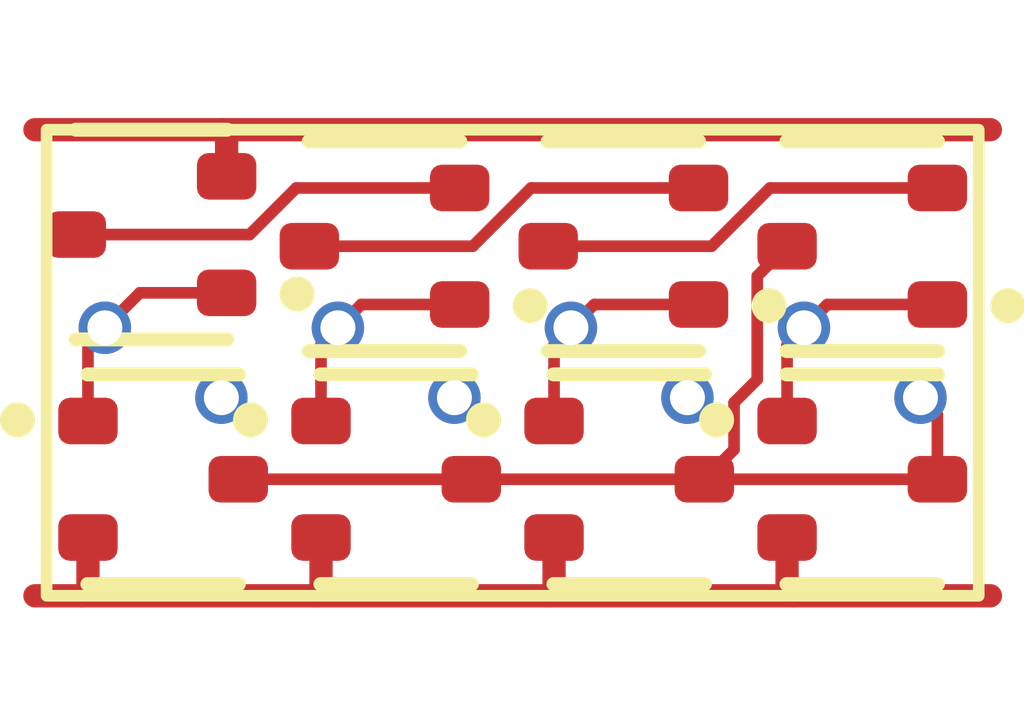
<source format=kicad_pcb>
(kicad_pcb (version 20241229) (generator "pcbnew") (generator_version "9.0")
  (layers (0 "F.Cu" signal) (2 "B.Cu" signal) (13 "F.Paste" user) (15 "B.Paste" user) (5 "F.SilkS" user "F.Silkscreen") (7 "B.SilkS" user "B.Silkscreen") (1 "F.Mask" user) (3 "B.Mask" user) (25 "Edge.Cuts" user))
  (net 0 "")
  (net 1 "GND")
  (net 2 "Y")
  (net 3 "A3")
  (net 4 "VDD")
  (net 5 "A1")
  (net 6 "A2")
  (net 7 "int1")
  (net 8 "int2")
  (net 9 "int3")
  (net 10 "A4")
  (footprint "Package_TO_SOT_SMD:SOT-523" (layer "F.Cu") (at 5 3)
    (property "Reference" "P3" (hide yes))
    (property "Value" "")
    (fp_line (start 0.65 -0.9) (end -0.65 -0.9) (stroke (width 0.12)) (layer "F.SilkS"))
    (fp_line (start 0.65 0.9) (end -0.65 0.9) (stroke (width 0.12)) (layer "F.SilkS"))
    (fp_circle (center -1.25 -0.51) (end -1.1 -0.51) (fill yes) (layer "F.SilkS"))
    (pad "1" smd roundrect (at -0.645 -0.5 180) (size 0.51 0.4) (layers "F.Cu" "F.Mask" "F.Paste") (net 3 "A3"))
    (pad "2" smd roundrect (at -0.645 0.5 180) (size 0.51 0.4) (layers "F.Cu" "F.Mask" "F.Paste") (net 4 "VDD"))
    (pad "3" smd roundrect (at 0.645 0 180) (size 0.51 0.4) (layers "F.Cu" "F.Mask" "F.Paste") (net 2 "Y"))
  )
  (footprint "Package_TO_SOT_SMD:SOT-523" (layer "F.Cu") (at 1 3)
    (property "Reference" "P1" (hide yes))
    (property "Value" "")
    (fp_line (start 0.65 -0.9) (end -0.65 -0.9) (stroke (width 0.12)) (layer "F.SilkS"))
    (fp_line (start 0.65 0.9) (end -0.65 0.9) (stroke (width 0.12)) (layer "F.SilkS"))
    (fp_circle (center -1.25 -0.51) (end -1.1 -0.51) (fill yes) (layer "F.SilkS"))
    (pad "1" smd roundrect (at -0.645 -0.5 180) (size 0.51 0.4) (layers "F.Cu" "F.Mask" "F.Paste") (net 5 "A1"))
    (pad "2" smd roundrect (at -0.645 0.5 180) (size 0.51 0.4) (layers "F.Cu" "F.Mask" "F.Paste") (net 4 "VDD"))
    (pad "3" smd roundrect (at 0.645 0 180) (size 0.51 0.4) (layers "F.Cu" "F.Mask" "F.Paste") (net 2 "Y"))
  )
  (footprint "Package_TO_SOT_SMD:SOT-523" (layer "F.Cu") (at 7 3)
    (property "Reference" "P4" (hide yes))
    (property "Value" "")
    (fp_line (start 0.65 -0.9) (end -0.65 -0.9) (stroke (width 0.12)) (layer "F.SilkS"))
    (fp_line (start 0.65 0.9) (end -0.65 0.9) (stroke (width 0.12)) (layer "F.SilkS"))
    (fp_circle (center -1.25 -0.51) (end -1.1 -0.51) (fill yes) (layer "F.SilkS"))
    (pad "1" smd roundrect (at -0.645 -0.5 180) (size 0.51 0.4) (layers "F.Cu" "F.Mask" "F.Paste") (net 10 "A4"))
    (pad "2" smd roundrect (at -0.645 0.5 180) (size 0.51 0.4) (layers "F.Cu" "F.Mask" "F.Paste") (net 4 "VDD"))
    (pad "3" smd roundrect (at 0.645 0 180) (size 0.51 0.4) (layers "F.Cu" "F.Mask" "F.Paste") (net 2 "Y"))
  )
  (footprint "Package_TO_SOT_SMD:SOT-523" (layer "F.Cu") (at 4.95 1 180)
    (property "Reference" "N3" (hide yes))
    (property "Value" "")
    (fp_line (start 0.65 0.9) (end -0.65 0.9) (stroke (width 0.12)) (layer "F.SilkS"))
    (fp_line (start 0.65 -0.9) (end -0.65 -0.9) (stroke (width 0.12)) (layer "F.SilkS"))
    (fp_circle (center -1.25 -0.51) (end -1.1 -0.51) (fill yes) (layer "F.SilkS"))
    (pad "1" smd roundrect (at -0.645 -0.5) (size 0.51 0.4) (layers "F.Cu" "F.Mask" "F.Paste") (net 3 "A3"))
    (pad "2" smd roundrect (at -0.645 0.5) (size 0.51 0.4) (layers "F.Cu" "F.Mask" "F.Paste") (net 8 "int2"))
    (pad "3" smd roundrect (at 0.645 0) (size 0.51 0.4) (layers "F.Cu" "F.Mask" "F.Paste") (net 9 "int3"))
  )
  (footprint "Package_TO_SOT_SMD:SOT-523" (layer "F.Cu") (at 3 3)
    (property "Reference" "P2" (hide yes))
    (property "Value" "")
    (fp_line (start 0.65 -0.9) (end -0.65 -0.9) (stroke (width 0.12)) (layer "F.SilkS"))
    (fp_line (start 0.65 0.9) (end -0.65 0.9) (stroke (width 0.12)) (layer "F.SilkS"))
    (fp_circle (center -1.25 -0.51) (end -1.1 -0.51) (fill yes) (layer "F.SilkS"))
    (pad "1" smd roundrect (at -0.645 -0.5 180) (size 0.51 0.4) (layers "F.Cu" "F.Mask" "F.Paste") (net 6 "A2"))
    (pad "2" smd roundrect (at -0.645 0.5 180) (size 0.51 0.4) (layers "F.Cu" "F.Mask" "F.Paste") (net 4 "VDD"))
    (pad "3" smd roundrect (at 0.645 0 180) (size 0.51 0.4) (layers "F.Cu" "F.Mask" "F.Paste") (net 2 "Y"))
  )
  (footprint "Package_TO_SOT_SMD:SOT-523" (layer "F.Cu") (at 2.9 1 180)
    (property "Reference" "N2" (hide yes))
    (property "Value" "")
    (fp_line (start 0.65 0.9) (end -0.65 0.9) (stroke (width 0.12)) (layer "F.SilkS"))
    (fp_line (start 0.65 -0.9) (end -0.65 -0.9) (stroke (width 0.12)) (layer "F.SilkS"))
    (fp_circle (center -1.25 -0.51) (end -1.1 -0.51) (fill yes) (layer "F.SilkS"))
    (pad "1" smd roundrect (at -0.645 -0.5) (size 0.51 0.4) (layers "F.Cu" "F.Mask" "F.Paste") (net 6 "A2"))
    (pad "2" smd roundrect (at -0.645 0.5) (size 0.51 0.4) (layers "F.Cu" "F.Mask" "F.Paste") (net 7 "int1"))
    (pad "3" smd roundrect (at 0.645 0) (size 0.51 0.4) (layers "F.Cu" "F.Mask" "F.Paste") (net 8 "int2"))
  )
  (footprint "Package_TO_SOT_SMD:SOT-523" (layer "F.Cu") (at 0.9 0.9 180)
    (property "Reference" "N1" (hide yes))
    (property "Value" "")
    (fp_line (start 0.65 0.9) (end -0.65 0.9) (stroke (width 0.12)) (layer "F.SilkS"))
    (fp_line (start 0.65 -0.9) (end -0.65 -0.9) (stroke (width 0.12)) (layer "F.SilkS"))
    (fp_circle (center -1.25 -0.51) (end -1.1 -0.51) (fill yes) (layer "F.SilkS"))
    (pad "1" smd roundrect (at -0.645 -0.5) (size 0.51 0.4) (layers "F.Cu" "F.Mask" "F.Paste") (net 5 "A1"))
    (pad "2" smd roundrect (at -0.645 0.5) (size 0.51 0.4) (layers "F.Cu" "F.Mask" "F.Paste") (net 1 "GND"))
    (pad "3" smd roundrect (at 0.645 0) (size 0.51 0.4) (layers "F.Cu" "F.Mask" "F.Paste") (net 7 "int1"))
  )
  (footprint "Package_TO_SOT_SMD:SOT-523" (layer "F.Cu") (at 7 1 180)
    (property "Reference" "N4" (hide yes))
    (property "Value" "")
    (fp_line (start 0.65 0.9) (end -0.65 0.9) (stroke (width 0.12)) (layer "F.SilkS"))
    (fp_line (start 0.65 -0.9) (end -0.65 -0.9) (stroke (width 0.12)) (layer "F.SilkS"))
    (fp_circle (center -1.25 -0.51) (end -1.1 -0.51) (fill yes) (layer "F.SilkS"))
    (pad "1" smd roundrect (at -0.645 -0.5) (size 0.51 0.4) (layers "F.Cu" "F.Mask" "F.Paste") (net 10 "A4"))
    (pad "2" smd roundrect (at -0.645 0.5) (size 0.51 0.4) (layers "F.Cu" "F.Mask" "F.Paste") (net 9 "int3"))
    (pad "3" smd roundrect (at 0.645 0) (size 0.51 0.4) (layers "F.Cu" "F.Mask" "F.Paste") (net 2 "Y"))
  )
  (gr_rect (start 0 0) (end 8 4) (stroke (width 0.1)) (fill no) (layer "F.SilkS"))
  (via (at 5.5 2.3) (size 0.45) (drill 0.3) (layers "F.Cu" "B.Cu") (net 0))
  (via (at 3.5 2.3) (size 0.45) (drill 0.3) (layers "F.Cu" "B.Cu") (net 0))
  (via (at 1.5 2.3) (size 0.45) (drill 0.3) (layers "F.Cu" "B.Cu") (net 0))
  (segment (start -0.1 0) (end 1.5 0) (width 0.2) (layer "F.Cu") (net 1))
  (segment (start 1.545 0.045) (end 1.5 0) (width 0.2) (layer "F.Cu") (net 1))
  (segment (start 1.545 0.4) (end 1.545 0.045) (width 0.2) (layer "F.Cu") (net 1))
  (segment (start 1.5 0) (end 8.1 0) (width 0.2) (layer "F.Cu") (net 1))
  (segment (start 7.645 2.445) (end 7.5 2.3) (width 0.1) (layer "F.Cu") (net 2))
  (segment (start 6.099 2.143262) (end 5.9 2.342262) (width 0.1) (layer "F.Cu") (net 2))
  (segment (start 5.9 2.745) (end 5.645 3) (width 0.1) (layer "F.Cu") (net 2))
  (segment (start 5.645 3) (end 3.645 3) (width 0.1) (layer "F.Cu") (net 2))
  (segment (start 6.355 1) (end 6.099 1.256) (width 0.1) (layer "F.Cu") (net 2))
  (segment (start 3.645 3) (end 1.645 3) (width 0.1) (layer "F.Cu") (net 2))
  (segment (start 5.9 2.342262) (end 5.9 2.745) (width 0.1) (layer "F.Cu") (net 2))
  (segment (start 6.099 1.256) (end 6.099 2.143262) (width 0.1) (layer "F.Cu") (net 2))
  (segment (start 5.645 3) (end 7.645 3) (width 0.1) (layer "F.Cu") (net 2))
  (segment (start 7.645 3) (end 7.645 2.445) (width 0.1) (layer "F.Cu") (net 2))
  (via (at 7.5 2.3) (size 0.45) (drill 0.3) (layers "F.Cu" "B.Cu") (net 2))
  (segment (start 4.7 1.5) (end 4.5 1.7) (width 0.1) (layer "F.Cu") (net 3))
  (segment (start 5.595 1.5) (end 4.7 1.5) (width 0.1) (layer "F.Cu") (net 3))
  (segment (start 4.355 1.845) (end 4.5 1.7) (width 0.1) (layer "F.Cu") (net 3))
  (segment (start 4.355 2.5) (end 4.355 1.845) (width 0.1) (layer "F.Cu") (net 3))
  (via (at 4.5 1.7) (size 0.45) (drill 0.3) (layers "F.Cu" "B.Cu") (net 3))
  (segment (start 6.355 3.5) (end 6.355 3.955) (width 0.2) (layer "F.Cu") (net 4))
  (segment (start 2.355 3.945) (end 2.3 4) (width 0.2) (layer "F.Cu") (net 4))
  (segment (start 6.4 4) (end 8.1 4) (width 0.2) (layer "F.Cu") (net 4))
  (segment (start 0.355 3.5) (end 0.355 3.945) (width 0.2) (layer "F.Cu") (net 4))
  (segment (start 4.355 3.5) (end 4.355 3.945) (width 0.2) (layer "F.Cu") (net 4))
  (segment (start 2.3 4) (end 4.3 4) (width 0.2) (layer "F.Cu") (net 4))
  (segment (start 6.355 3.955) (end 6.4 4) (width 0.2) (layer "F.Cu") (net 4))
  (segment (start -0.1 4) (end 0.3 4) (width 0.2) (layer "F.Cu") (net 4))
  (segment (start 4.355 3.945) (end 4.3 4) (width 0.2) (layer "F.Cu") (net 4))
  (segment (start 0.355 3.945) (end 0.3 4) (width 0.2) (layer "F.Cu") (net 4))
  (segment (start 2.355 3.5) (end 2.355 3.945) (width 0.2) (layer "F.Cu") (net 4))
  (segment (start 0.3 4) (end 2.3 4) (width 0.2) (layer "F.Cu") (net 4))
  (segment (start 4.3 4) (end 6.4 4) (width 0.2) (layer "F.Cu") (net 4))
  (segment (start 0.8 1.4) (end 0.5 1.7) (width 0.1) (layer "F.Cu") (net 5))
  (segment (start 0.355 1.845) (end 0.5 1.7) (width 0.1) (layer "F.Cu") (net 5))
  (segment (start 0.355 2.5) (end 0.355 1.845) (width 0.1) (layer "F.Cu") (net 5))
  (segment (start 1.545 1.4) (end 0.8 1.4) (width 0.1) (layer "F.Cu") (net 5))
  (via (at 0.5 1.7) (size 0.45) (drill 0.3) (layers "F.Cu" "B.Cu") (net 5))
  (segment (start 2.7 1.5) (end 2.5 1.7) (width 0.1) (layer "F.Cu") (net 6))
  (segment (start 2.355 2.5) (end 2.355 1.845) (width 0.1) (layer "F.Cu") (net 6))
  (segment (start 3.545 1.5) (end 2.7 1.5) (width 0.1) (layer "F.Cu") (net 6))
  (segment (start 2.355 1.845) (end 2.5 1.7) (width 0.1) (layer "F.Cu") (net 6))
  (via (at 2.5 1.7) (size 0.45) (drill 0.3) (layers "F.Cu" "B.Cu") (net 6))
  (segment (start 1.742262 0.9) (end 2.142262 0.5) (width 0.1) (layer "F.Cu") (net 7))
  (segment (start 0.255 0.9) (end 1.742262 0.9) (width 0.1) (layer "F.Cu") (net 7))
  (segment (start 2.142262 0.5) (end 3.545 0.5) (width 0.1) (layer "F.Cu") (net 7))
  (segment (start 3.657738 1) (end 4.157738 0.5) (width 0.1) (layer "F.Cu") (net 8))
  (segment (start 4.157738 0.5) (end 5.595 0.5) (width 0.1) (layer "F.Cu") (net 8))
  (segment (start 2.255 1) (end 3.657738 1) (width 0.1) (layer "F.Cu") (net 8))
  (segment (start 6.207738 0.5) (end 7.645 0.5) (width 0.1) (layer "F.Cu") (net 9))
  (segment (start 5.707738 1) (end 6.207738 0.5) (width 0.1) (layer "F.Cu") (net 9))
  (segment (start 4.305 1) (end 5.707738 1) (width 0.1) (layer "F.Cu") (net 9))
  (segment (start 6.355 2.5) (end 6.355 1.845) (width 0.1) (layer "F.Cu") (net 10))
  (segment (start 7.645 1.5) (end 6.7 1.5) (width 0.1) (layer "F.Cu") (net 10))
  (segment (start 6.7 1.5) (end 6.5 1.7) (width 0.1) (layer "F.Cu") (net 10))
  (segment (start 6.355 1.845) (end 6.5 1.7) (width 0.1) (layer "F.Cu") (net 10))
  (via (at 6.5 1.7) (size 0.45) (drill 0.3) (layers "F.Cu" "B.Cu") (net 10))
)
</source>
